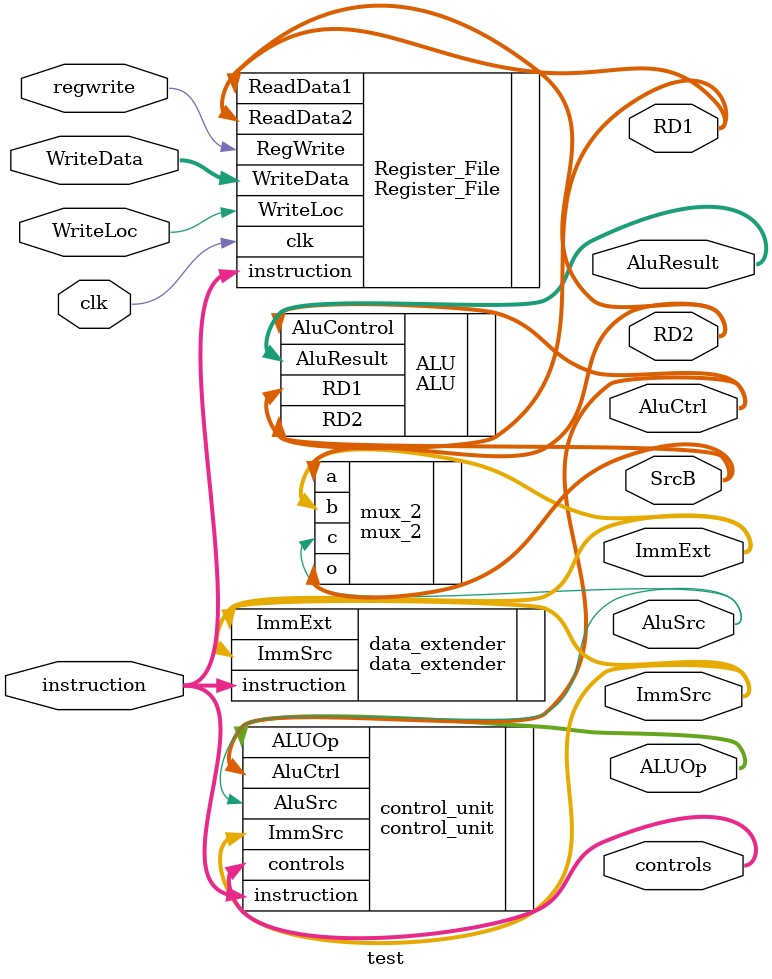
<source format=sv>
`timescale 1ns / 1ps


module test(input  logic [31:0] instruction,
            input  logic clk,
            input logic regwrite,
            input  logic WriteLoc,
            input  logic [31:0] WriteData,
            output logic [31:0] AluResult,
            output logic [2:0] AluCtrl,
            output logic [1:0] ALUOp,
            output logic [1:0] ImmSrc,
            output  logic AluSrc,
            output logic [10:0] controls,
            output logic [31:0] RD1,
            output logic [31:0] RD2,
            output  logic [31:0] ImmExt,
            output logic [31:0] SrcB


    );
    
//    logic [31:0] RD1;
//    logic [31:0] RD2;
////   logic [31:0] WriteData;
//    logic regwrite; 
//    logic [31:0] ImmExt;
    
//    logic [31:0] SrcB;

    control_unit control_unit(
        .instruction(instruction),
        .AluCtrl(AluCtrl),
        .ALUOp(ALUOp),
        .ImmSrc(ImmSrc),
        .AluSrc(AluSrc),
        .controls(controls)
//        .RegWire(regwrite)
    );
    
    Register_File Register_File(
        .instruction(instruction),
        .WriteData(WriteData),
        .RegWrite(regwrite),
        .ReadData1(RD1),
        .ReadData2(RD2),
        .clk(clk),
        .WriteLoc(WriteLoc)
    );

    ALU ALU(
        .AluResult(AluResult),
        .RD1(RD1),
        .RD2(SrcB),
        .AluControl(AluCtrl)
    );
    data_extender data_extender(
        .instruction(instruction),
        .ImmSrc(ImmSrc),
        .ImmExt(ImmExt)
    );    
    mux_2 mux_2(
        .a(RD2),
        .b(ImmExt),
        .c(AluSrc),
        .o(SrcB)
    );
endmodule

</source>
